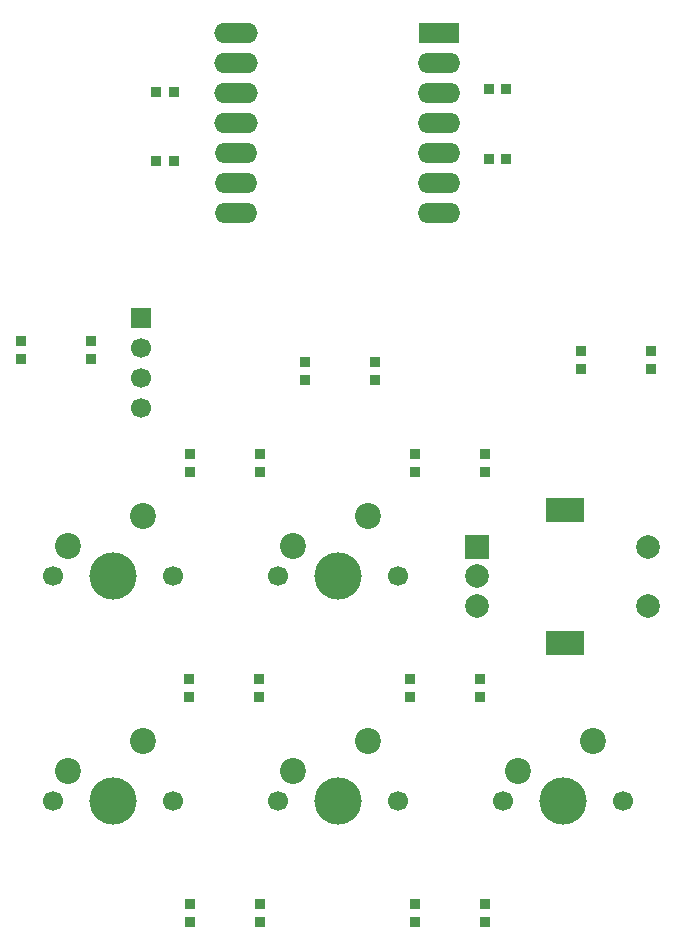
<source format=gbr>
%TF.GenerationSoftware,KiCad,Pcbnew,9.0.7*%
%TF.CreationDate,2026-01-22T22:05:33-06:00*%
%TF.ProjectId,HACK PAD!,4841434b-2050-4414-9421-2e6b69636164,rev?*%
%TF.SameCoordinates,Original*%
%TF.FileFunction,Soldermask,Bot*%
%TF.FilePolarity,Negative*%
%FSLAX46Y46*%
G04 Gerber Fmt 4.6, Leading zero omitted, Abs format (unit mm)*
G04 Created by KiCad (PCBNEW 9.0.7) date 2026-01-22 22:05:33*
%MOMM*%
%LPD*%
G01*
G04 APERTURE LIST*
G04 Aperture macros list*
%AMRoundRect*
0 Rectangle with rounded corners*
0 $1 Rounding radius*
0 $2 $3 $4 $5 $6 $7 $8 $9 X,Y pos of 4 corners*
0 Add a 4 corners polygon primitive as box body*
4,1,4,$2,$3,$4,$5,$6,$7,$8,$9,$2,$3,0*
0 Add four circle primitives for the rounded corners*
1,1,$1+$1,$2,$3*
1,1,$1+$1,$4,$5*
1,1,$1+$1,$6,$7*
1,1,$1+$1,$8,$9*
0 Add four rect primitives between the rounded corners*
20,1,$1+$1,$2,$3,$4,$5,0*
20,1,$1+$1,$4,$5,$6,$7,0*
20,1,$1+$1,$6,$7,$8,$9,0*
20,1,$1+$1,$8,$9,$2,$3,0*%
G04 Aperture macros list end*
%ADD10RoundRect,0.082000X-0.328000X-0.368000X0.328000X-0.368000X0.328000X0.368000X-0.328000X0.368000X0*%
%ADD11RoundRect,0.082000X-0.328000X-0.367999X0.328000X-0.367999X0.328000X0.367999X-0.328000X0.367999X0*%
%ADD12O,3.700000X1.700000*%
%ADD13O,3.600000X1.700000*%
%ADD14R,3.500000X1.700000*%
%ADD15RoundRect,0.082000X-0.368000X0.328000X-0.368000X-0.328000X0.368000X-0.328000X0.368000X0.328000X0*%
%ADD16RoundRect,0.082000X-0.367999X0.328000X-0.367999X-0.328000X0.367999X-0.328000X0.367999X0.328000X0*%
%ADD17RoundRect,0.082000X0.328000X0.367999X-0.328000X0.367999X-0.328000X-0.367999X0.328000X-0.367999X0*%
%ADD18RoundRect,0.082000X0.328000X0.368000X-0.328000X0.368000X-0.328000X-0.368000X0.328000X-0.368000X0*%
%ADD19R,1.700000X1.700000*%
%ADD20C,1.700000*%
%ADD21R,2.000000X2.000000*%
%ADD22C,2.000000*%
%ADD23R,3.200000X2.000000*%
%ADD24C,4.000000*%
%ADD25C,2.200000*%
G04 APERTURE END LIST*
D10*
%TO.C,D14*%
X41790858Y-35150000D03*
X43290858Y-35150000D03*
D11*
X43290858Y-41049999D03*
X41790858Y-41049999D03*
%TD*%
D12*
%TO.C,U1*%
X48525000Y-30162500D03*
X48525000Y-32702500D03*
X48525000Y-35242500D03*
X48525000Y-37782500D03*
D13*
X48525000Y-40322500D03*
X48525000Y-42862500D03*
X48525000Y-45402500D03*
X65775000Y-45402500D03*
X65775000Y-42862500D03*
X65775000Y-40322500D03*
X65775000Y-37782500D03*
X65775000Y-35242500D03*
X65775000Y-32702500D03*
D14*
X65775000Y-30162500D03*
%TD*%
D15*
%TO.C,D8*%
X50575000Y-65822158D03*
X50575000Y-67322158D03*
D16*
X44675001Y-67322158D03*
X44675001Y-65822158D03*
%TD*%
%TO.C,D7*%
X63272301Y-84890958D03*
X63272301Y-86390958D03*
D15*
X69172300Y-86390958D03*
X69172300Y-84890958D03*
%TD*%
D16*
%TO.C,D9*%
X44675001Y-103922158D03*
X44675001Y-105422158D03*
D15*
X50575000Y-105422158D03*
X50575000Y-103922158D03*
%TD*%
%TO.C,D6*%
X50510000Y-84873358D03*
X50510000Y-86373358D03*
D16*
X44610001Y-86373358D03*
X44610001Y-84873358D03*
%TD*%
%TO.C,D10*%
X63725001Y-103922158D03*
X63725001Y-105422158D03*
D15*
X69625000Y-105422158D03*
X69625000Y-103922158D03*
%TD*%
D16*
%TO.C,D11*%
X63725001Y-65822158D03*
X63725001Y-67322158D03*
D15*
X69625000Y-67322158D03*
X69625000Y-65822158D03*
%TD*%
D16*
%TO.C,D12*%
X54418701Y-58031258D03*
X54418701Y-59531258D03*
D15*
X60318700Y-59531258D03*
X60318700Y-58031258D03*
%TD*%
D16*
%TO.C,D15*%
X77793701Y-57149958D03*
X77793701Y-58649958D03*
D15*
X83693700Y-58649958D03*
X83693700Y-57149958D03*
%TD*%
D17*
%TO.C,D13*%
X71437542Y-34931201D03*
X69937542Y-34931201D03*
D18*
X69937542Y-40831200D03*
X71437542Y-40831200D03*
%TD*%
D19*
%TO.C,U2*%
X40481300Y-54292500D03*
D20*
X40481300Y-56832500D03*
X40481300Y-59372500D03*
X40481300Y-61912500D03*
%TD*%
D21*
%TO.C,RE1*%
X68950000Y-73700000D03*
D22*
X68950000Y-78700000D03*
X68950000Y-76200000D03*
D23*
X76450000Y-70600000D03*
X76450000Y-81800000D03*
D22*
X83450000Y-78700000D03*
X83450000Y-73700000D03*
%TD*%
D20*
%TO.C,SW2*%
X52070000Y-76200000D03*
D24*
X57150000Y-76200000D03*
D20*
X62230000Y-76200000D03*
D25*
X59690000Y-71120000D03*
X53340000Y-73660000D03*
%TD*%
D20*
%TO.C,SW3*%
X33020000Y-95250000D03*
D24*
X38100000Y-95250000D03*
D20*
X43180000Y-95250000D03*
D25*
X40640000Y-90170000D03*
X34290000Y-92710000D03*
%TD*%
D20*
%TO.C,SW5*%
X71120000Y-95250000D03*
D24*
X76200000Y-95250000D03*
D20*
X81280000Y-95250000D03*
D25*
X78740000Y-90170000D03*
X72390000Y-92710000D03*
%TD*%
D20*
%TO.C,SW4*%
X52070000Y-95250000D03*
D24*
X57150000Y-95250000D03*
D20*
X62230000Y-95250000D03*
D25*
X59690000Y-90170000D03*
X53340000Y-92710000D03*
%TD*%
D20*
%TO.C,SWw1*%
X33020000Y-76200000D03*
D24*
X38100000Y-76200000D03*
D20*
X43180000Y-76200000D03*
D25*
X40640000Y-71120000D03*
X34290000Y-73660000D03*
%TD*%
D16*
%TO.C,D16*%
X30387501Y-56297158D03*
X30387501Y-57797158D03*
D15*
X36287500Y-57797158D03*
X36287500Y-56297158D03*
%TD*%
M02*

</source>
